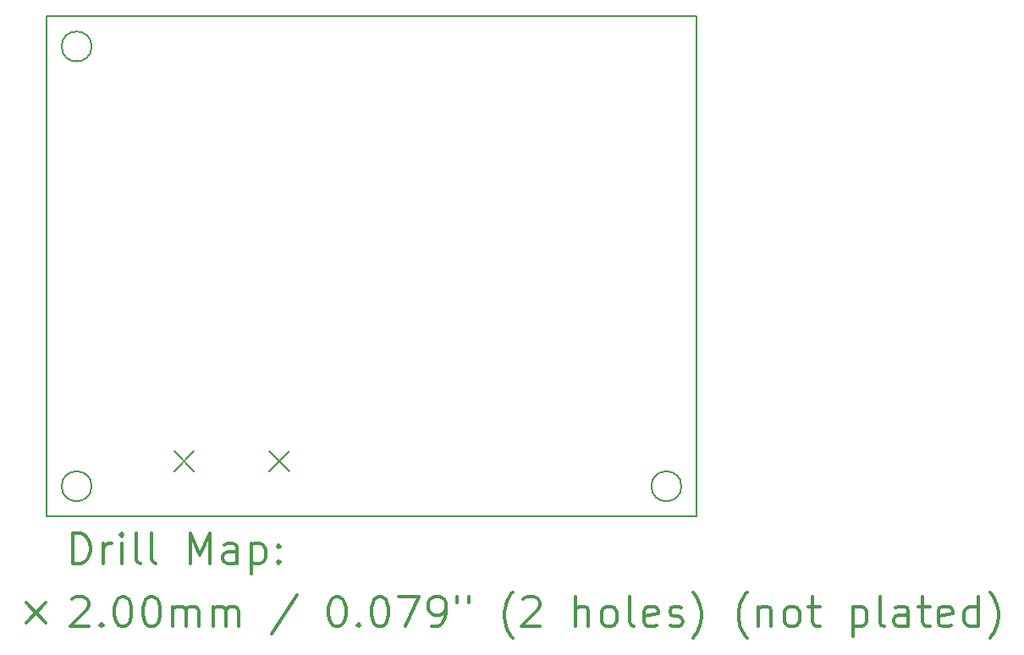
<source format=gbr>
%FSLAX45Y45*%
G04 Gerber Fmt 4.5, Leading zero omitted, Abs format (unit mm)*
G04 Created by KiCad (PCBNEW 4.0.7) date 06/23/18 09:51:54*
%MOMM*%
%LPD*%
G01*
G04 APERTURE LIST*
%ADD10C,0.127000*%
%ADD11C,0.150000*%
%ADD12C,0.200000*%
%ADD13C,0.300000*%
G04 APERTURE END LIST*
D10*
D11*
X6350000Y300000D02*
G75*
G03X6350000Y300000I-150000J0D01*
G01*
X450000Y4700000D02*
G75*
G03X450000Y4700000I-150000J0D01*
G01*
X450000Y300000D02*
G75*
G03X450000Y300000I-150000J0D01*
G01*
X6500000Y5000000D02*
X0Y5000000D01*
X6500000Y0D02*
X6500000Y5000000D01*
X0Y0D02*
X6500000Y0D01*
X0Y5000000D02*
X0Y0D01*
D12*
X1275000Y650000D02*
X1475000Y450000D01*
X1475000Y650000D02*
X1275000Y450000D01*
X2225000Y650000D02*
X2425000Y450000D01*
X2425000Y650000D02*
X2225000Y450000D01*
D13*
X263929Y-473214D02*
X263929Y-173214D01*
X335357Y-173214D01*
X378214Y-187500D01*
X406786Y-216071D01*
X421071Y-244643D01*
X435357Y-301786D01*
X435357Y-344643D01*
X421071Y-401786D01*
X406786Y-430357D01*
X378214Y-458929D01*
X335357Y-473214D01*
X263929Y-473214D01*
X563929Y-473214D02*
X563929Y-273214D01*
X563929Y-330357D02*
X578214Y-301786D01*
X592500Y-287500D01*
X621071Y-273214D01*
X649643Y-273214D01*
X749643Y-473214D02*
X749643Y-273214D01*
X749643Y-173214D02*
X735357Y-187500D01*
X749643Y-201786D01*
X763928Y-187500D01*
X749643Y-173214D01*
X749643Y-201786D01*
X935357Y-473214D02*
X906786Y-458929D01*
X892500Y-430357D01*
X892500Y-173214D01*
X1092500Y-473214D02*
X1063929Y-458929D01*
X1049643Y-430357D01*
X1049643Y-173214D01*
X1435357Y-473214D02*
X1435357Y-173214D01*
X1535357Y-387500D01*
X1635357Y-173214D01*
X1635357Y-473214D01*
X1906786Y-473214D02*
X1906786Y-316072D01*
X1892500Y-287500D01*
X1863928Y-273214D01*
X1806786Y-273214D01*
X1778214Y-287500D01*
X1906786Y-458929D02*
X1878214Y-473214D01*
X1806786Y-473214D01*
X1778214Y-458929D01*
X1763928Y-430357D01*
X1763928Y-401786D01*
X1778214Y-373214D01*
X1806786Y-358929D01*
X1878214Y-358929D01*
X1906786Y-344643D01*
X2049643Y-273214D02*
X2049643Y-573214D01*
X2049643Y-287500D02*
X2078214Y-273214D01*
X2135357Y-273214D01*
X2163929Y-287500D01*
X2178214Y-301786D01*
X2192500Y-330357D01*
X2192500Y-416071D01*
X2178214Y-444643D01*
X2163929Y-458929D01*
X2135357Y-473214D01*
X2078214Y-473214D01*
X2049643Y-458929D01*
X2321071Y-444643D02*
X2335357Y-458929D01*
X2321071Y-473214D01*
X2306786Y-458929D01*
X2321071Y-444643D01*
X2321071Y-473214D01*
X2321071Y-287500D02*
X2335357Y-301786D01*
X2321071Y-316072D01*
X2306786Y-301786D01*
X2321071Y-287500D01*
X2321071Y-316072D01*
X-207500Y-867500D02*
X-7500Y-1067500D01*
X-7500Y-867500D02*
X-207500Y-1067500D01*
X249643Y-831786D02*
X263929Y-817500D01*
X292500Y-803214D01*
X363928Y-803214D01*
X392500Y-817500D01*
X406786Y-831786D01*
X421071Y-860357D01*
X421071Y-888929D01*
X406786Y-931786D01*
X235357Y-1103214D01*
X421071Y-1103214D01*
X549643Y-1074643D02*
X563929Y-1088929D01*
X549643Y-1103214D01*
X535357Y-1088929D01*
X549643Y-1074643D01*
X549643Y-1103214D01*
X749643Y-803214D02*
X778214Y-803214D01*
X806786Y-817500D01*
X821071Y-831786D01*
X835357Y-860357D01*
X849643Y-917500D01*
X849643Y-988929D01*
X835357Y-1046071D01*
X821071Y-1074643D01*
X806786Y-1088929D01*
X778214Y-1103214D01*
X749643Y-1103214D01*
X721071Y-1088929D01*
X706786Y-1074643D01*
X692500Y-1046071D01*
X678214Y-988929D01*
X678214Y-917500D01*
X692500Y-860357D01*
X706786Y-831786D01*
X721071Y-817500D01*
X749643Y-803214D01*
X1035357Y-803214D02*
X1063929Y-803214D01*
X1092500Y-817500D01*
X1106786Y-831786D01*
X1121071Y-860357D01*
X1135357Y-917500D01*
X1135357Y-988929D01*
X1121071Y-1046071D01*
X1106786Y-1074643D01*
X1092500Y-1088929D01*
X1063929Y-1103214D01*
X1035357Y-1103214D01*
X1006786Y-1088929D01*
X992500Y-1074643D01*
X978214Y-1046071D01*
X963928Y-988929D01*
X963928Y-917500D01*
X978214Y-860357D01*
X992500Y-831786D01*
X1006786Y-817500D01*
X1035357Y-803214D01*
X1263929Y-1103214D02*
X1263929Y-903214D01*
X1263929Y-931786D02*
X1278214Y-917500D01*
X1306786Y-903214D01*
X1349643Y-903214D01*
X1378214Y-917500D01*
X1392500Y-946071D01*
X1392500Y-1103214D01*
X1392500Y-946071D02*
X1406786Y-917500D01*
X1435357Y-903214D01*
X1478214Y-903214D01*
X1506786Y-917500D01*
X1521071Y-946071D01*
X1521071Y-1103214D01*
X1663928Y-1103214D02*
X1663928Y-903214D01*
X1663928Y-931786D02*
X1678214Y-917500D01*
X1706786Y-903214D01*
X1749643Y-903214D01*
X1778214Y-917500D01*
X1792500Y-946071D01*
X1792500Y-1103214D01*
X1792500Y-946071D02*
X1806786Y-917500D01*
X1835357Y-903214D01*
X1878214Y-903214D01*
X1906786Y-917500D01*
X1921071Y-946071D01*
X1921071Y-1103214D01*
X2506786Y-788929D02*
X2249643Y-1174643D01*
X2892500Y-803214D02*
X2921071Y-803214D01*
X2949643Y-817500D01*
X2963928Y-831786D01*
X2978214Y-860357D01*
X2992500Y-917500D01*
X2992500Y-988929D01*
X2978214Y-1046071D01*
X2963928Y-1074643D01*
X2949643Y-1088929D01*
X2921071Y-1103214D01*
X2892500Y-1103214D01*
X2863928Y-1088929D01*
X2849643Y-1074643D01*
X2835357Y-1046071D01*
X2821071Y-988929D01*
X2821071Y-917500D01*
X2835357Y-860357D01*
X2849643Y-831786D01*
X2863928Y-817500D01*
X2892500Y-803214D01*
X3121071Y-1074643D02*
X3135357Y-1088929D01*
X3121071Y-1103214D01*
X3106786Y-1088929D01*
X3121071Y-1074643D01*
X3121071Y-1103214D01*
X3321071Y-803214D02*
X3349643Y-803214D01*
X3378214Y-817500D01*
X3392500Y-831786D01*
X3406785Y-860357D01*
X3421071Y-917500D01*
X3421071Y-988929D01*
X3406785Y-1046071D01*
X3392500Y-1074643D01*
X3378214Y-1088929D01*
X3349643Y-1103214D01*
X3321071Y-1103214D01*
X3292500Y-1088929D01*
X3278214Y-1074643D01*
X3263928Y-1046071D01*
X3249643Y-988929D01*
X3249643Y-917500D01*
X3263928Y-860357D01*
X3278214Y-831786D01*
X3292500Y-817500D01*
X3321071Y-803214D01*
X3521071Y-803214D02*
X3721071Y-803214D01*
X3592500Y-1103214D01*
X3849643Y-1103214D02*
X3906785Y-1103214D01*
X3935357Y-1088929D01*
X3949643Y-1074643D01*
X3978214Y-1031786D01*
X3992500Y-974643D01*
X3992500Y-860357D01*
X3978214Y-831786D01*
X3963928Y-817500D01*
X3935357Y-803214D01*
X3878214Y-803214D01*
X3849643Y-817500D01*
X3835357Y-831786D01*
X3821071Y-860357D01*
X3821071Y-931786D01*
X3835357Y-960357D01*
X3849643Y-974643D01*
X3878214Y-988929D01*
X3935357Y-988929D01*
X3963928Y-974643D01*
X3978214Y-960357D01*
X3992500Y-931786D01*
X4106786Y-803214D02*
X4106786Y-860357D01*
X4221071Y-803214D02*
X4221071Y-860357D01*
X4663928Y-1217500D02*
X4649643Y-1203214D01*
X4621071Y-1160357D01*
X4606786Y-1131786D01*
X4592500Y-1088929D01*
X4578214Y-1017500D01*
X4578214Y-960357D01*
X4592500Y-888929D01*
X4606786Y-846071D01*
X4621071Y-817500D01*
X4649643Y-774643D01*
X4663928Y-760357D01*
X4763928Y-831786D02*
X4778214Y-817500D01*
X4806786Y-803214D01*
X4878214Y-803214D01*
X4906786Y-817500D01*
X4921071Y-831786D01*
X4935357Y-860357D01*
X4935357Y-888929D01*
X4921071Y-931786D01*
X4749643Y-1103214D01*
X4935357Y-1103214D01*
X5292500Y-1103214D02*
X5292500Y-803214D01*
X5421071Y-1103214D02*
X5421071Y-946071D01*
X5406786Y-917500D01*
X5378214Y-903214D01*
X5335357Y-903214D01*
X5306786Y-917500D01*
X5292500Y-931786D01*
X5606785Y-1103214D02*
X5578214Y-1088929D01*
X5563928Y-1074643D01*
X5549643Y-1046071D01*
X5549643Y-960357D01*
X5563928Y-931786D01*
X5578214Y-917500D01*
X5606785Y-903214D01*
X5649643Y-903214D01*
X5678214Y-917500D01*
X5692500Y-931786D01*
X5706785Y-960357D01*
X5706785Y-1046071D01*
X5692500Y-1074643D01*
X5678214Y-1088929D01*
X5649643Y-1103214D01*
X5606785Y-1103214D01*
X5878214Y-1103214D02*
X5849643Y-1088929D01*
X5835357Y-1060357D01*
X5835357Y-803214D01*
X6106786Y-1088929D02*
X6078214Y-1103214D01*
X6021071Y-1103214D01*
X5992500Y-1088929D01*
X5978214Y-1060357D01*
X5978214Y-946071D01*
X5992500Y-917500D01*
X6021071Y-903214D01*
X6078214Y-903214D01*
X6106786Y-917500D01*
X6121071Y-946071D01*
X6121071Y-974643D01*
X5978214Y-1003214D01*
X6235357Y-1088929D02*
X6263928Y-1103214D01*
X6321071Y-1103214D01*
X6349643Y-1088929D01*
X6363928Y-1060357D01*
X6363928Y-1046071D01*
X6349643Y-1017500D01*
X6321071Y-1003214D01*
X6278214Y-1003214D01*
X6249643Y-988929D01*
X6235357Y-960357D01*
X6235357Y-946071D01*
X6249643Y-917500D01*
X6278214Y-903214D01*
X6321071Y-903214D01*
X6349643Y-917500D01*
X6463928Y-1217500D02*
X6478214Y-1203214D01*
X6506786Y-1160357D01*
X6521071Y-1131786D01*
X6535357Y-1088929D01*
X6549643Y-1017500D01*
X6549643Y-960357D01*
X6535357Y-888929D01*
X6521071Y-846071D01*
X6506786Y-817500D01*
X6478214Y-774643D01*
X6463928Y-760357D01*
X7006786Y-1217500D02*
X6992500Y-1203214D01*
X6963928Y-1160357D01*
X6949643Y-1131786D01*
X6935357Y-1088929D01*
X6921071Y-1017500D01*
X6921071Y-960357D01*
X6935357Y-888929D01*
X6949643Y-846071D01*
X6963928Y-817500D01*
X6992500Y-774643D01*
X7006786Y-760357D01*
X7121071Y-903214D02*
X7121071Y-1103214D01*
X7121071Y-931786D02*
X7135357Y-917500D01*
X7163928Y-903214D01*
X7206786Y-903214D01*
X7235357Y-917500D01*
X7249643Y-946071D01*
X7249643Y-1103214D01*
X7435357Y-1103214D02*
X7406786Y-1088929D01*
X7392500Y-1074643D01*
X7378214Y-1046071D01*
X7378214Y-960357D01*
X7392500Y-931786D01*
X7406786Y-917500D01*
X7435357Y-903214D01*
X7478214Y-903214D01*
X7506786Y-917500D01*
X7521071Y-931786D01*
X7535357Y-960357D01*
X7535357Y-1046071D01*
X7521071Y-1074643D01*
X7506786Y-1088929D01*
X7478214Y-1103214D01*
X7435357Y-1103214D01*
X7621071Y-903214D02*
X7735357Y-903214D01*
X7663928Y-803214D02*
X7663928Y-1060357D01*
X7678214Y-1088929D01*
X7706786Y-1103214D01*
X7735357Y-1103214D01*
X8063928Y-903214D02*
X8063928Y-1203214D01*
X8063928Y-917500D02*
X8092500Y-903214D01*
X8149643Y-903214D01*
X8178214Y-917500D01*
X8192500Y-931786D01*
X8206786Y-960357D01*
X8206786Y-1046071D01*
X8192500Y-1074643D01*
X8178214Y-1088929D01*
X8149643Y-1103214D01*
X8092500Y-1103214D01*
X8063928Y-1088929D01*
X8378214Y-1103214D02*
X8349643Y-1088929D01*
X8335357Y-1060357D01*
X8335357Y-803214D01*
X8621071Y-1103214D02*
X8621071Y-946071D01*
X8606786Y-917500D01*
X8578214Y-903214D01*
X8521071Y-903214D01*
X8492500Y-917500D01*
X8621071Y-1088929D02*
X8592500Y-1103214D01*
X8521071Y-1103214D01*
X8492500Y-1088929D01*
X8478214Y-1060357D01*
X8478214Y-1031786D01*
X8492500Y-1003214D01*
X8521071Y-988929D01*
X8592500Y-988929D01*
X8621071Y-974643D01*
X8721071Y-903214D02*
X8835357Y-903214D01*
X8763929Y-803214D02*
X8763929Y-1060357D01*
X8778214Y-1088929D01*
X8806786Y-1103214D01*
X8835357Y-1103214D01*
X9049643Y-1088929D02*
X9021072Y-1103214D01*
X8963929Y-1103214D01*
X8935357Y-1088929D01*
X8921072Y-1060357D01*
X8921072Y-946071D01*
X8935357Y-917500D01*
X8963929Y-903214D01*
X9021072Y-903214D01*
X9049643Y-917500D01*
X9063929Y-946071D01*
X9063929Y-974643D01*
X8921072Y-1003214D01*
X9321072Y-1103214D02*
X9321072Y-803214D01*
X9321072Y-1088929D02*
X9292500Y-1103214D01*
X9235357Y-1103214D01*
X9206786Y-1088929D01*
X9192500Y-1074643D01*
X9178214Y-1046071D01*
X9178214Y-960357D01*
X9192500Y-931786D01*
X9206786Y-917500D01*
X9235357Y-903214D01*
X9292500Y-903214D01*
X9321072Y-917500D01*
X9435357Y-1217500D02*
X9449643Y-1203214D01*
X9478214Y-1160357D01*
X9492500Y-1131786D01*
X9506786Y-1088929D01*
X9521072Y-1017500D01*
X9521072Y-960357D01*
X9506786Y-888929D01*
X9492500Y-846071D01*
X9478214Y-817500D01*
X9449643Y-774643D01*
X9435357Y-760357D01*
M02*

</source>
